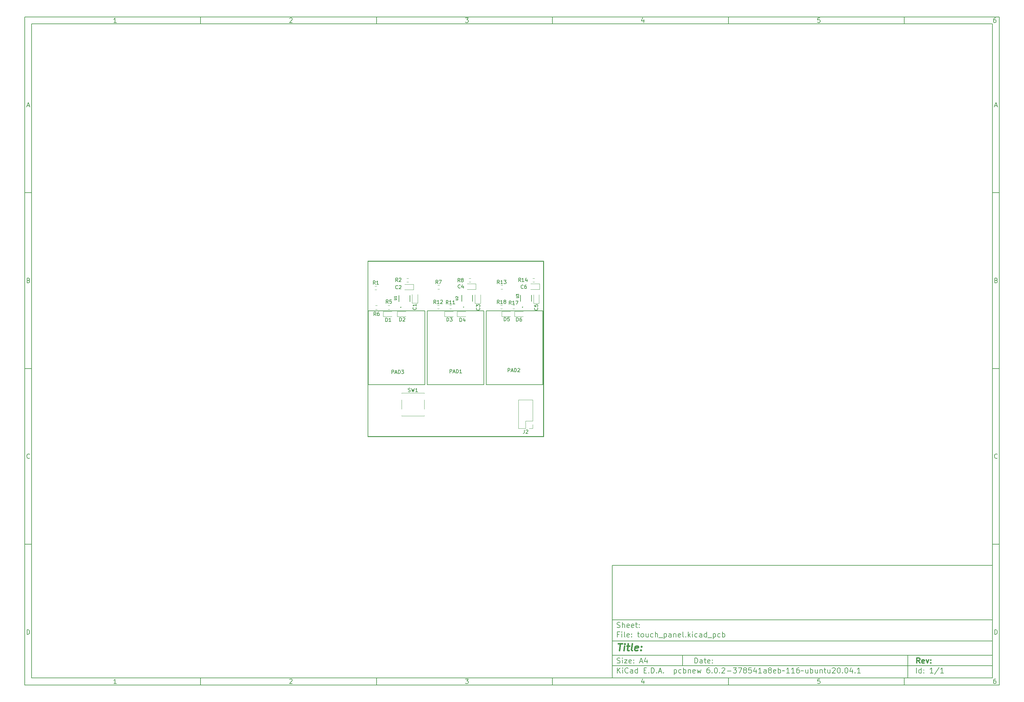
<source format=gbr>
%TF.GenerationSoftware,KiCad,Pcbnew,6.0.2-378541a8eb~116~ubuntu20.04.1*%
%TF.CreationDate,2022-03-13T21:59:14+03:30*%
%TF.ProjectId,touch_panel,746f7563-685f-4706-916e-656c2e6b6963,rev?*%
%TF.SameCoordinates,Original*%
%TF.FileFunction,Legend,Top*%
%TF.FilePolarity,Positive*%
%FSLAX46Y46*%
G04 Gerber Fmt 4.6, Leading zero omitted, Abs format (unit mm)*
G04 Created by KiCad (PCBNEW 6.0.2-378541a8eb~116~ubuntu20.04.1) date 2022-03-13 21:59:14*
%MOMM*%
%LPD*%
G01*
G04 APERTURE LIST*
%ADD10C,0.100000*%
%ADD11C,0.150000*%
%ADD12C,0.300000*%
%ADD13C,0.400000*%
%TA.AperFunction,Profile*%
%ADD14C,0.100000*%
%TD*%
%ADD15C,0.120000*%
%ADD16C,0.127000*%
%ADD17C,0.200000*%
G04 APERTURE END LIST*
D10*
D11*
X177002200Y-166007200D02*
X177002200Y-198007200D01*
X285002200Y-198007200D01*
X285002200Y-166007200D01*
X177002200Y-166007200D01*
D10*
D11*
X10000000Y-10000000D02*
X10000000Y-200007200D01*
X287002200Y-200007200D01*
X287002200Y-10000000D01*
X10000000Y-10000000D01*
D10*
D11*
X12000000Y-12000000D02*
X12000000Y-198007200D01*
X285002200Y-198007200D01*
X285002200Y-12000000D01*
X12000000Y-12000000D01*
D10*
D11*
X60000000Y-12000000D02*
X60000000Y-10000000D01*
D10*
D11*
X110000000Y-12000000D02*
X110000000Y-10000000D01*
D10*
D11*
X160000000Y-12000000D02*
X160000000Y-10000000D01*
D10*
D11*
X210000000Y-12000000D02*
X210000000Y-10000000D01*
D10*
D11*
X260000000Y-12000000D02*
X260000000Y-10000000D01*
D10*
D11*
X36065476Y-11588095D02*
X35322619Y-11588095D01*
X35694047Y-11588095D02*
X35694047Y-10288095D01*
X35570238Y-10473809D01*
X35446428Y-10597619D01*
X35322619Y-10659523D01*
D10*
D11*
X85322619Y-10411904D02*
X85384523Y-10350000D01*
X85508333Y-10288095D01*
X85817857Y-10288095D01*
X85941666Y-10350000D01*
X86003571Y-10411904D01*
X86065476Y-10535714D01*
X86065476Y-10659523D01*
X86003571Y-10845238D01*
X85260714Y-11588095D01*
X86065476Y-11588095D01*
D10*
D11*
X135260714Y-10288095D02*
X136065476Y-10288095D01*
X135632142Y-10783333D01*
X135817857Y-10783333D01*
X135941666Y-10845238D01*
X136003571Y-10907142D01*
X136065476Y-11030952D01*
X136065476Y-11340476D01*
X136003571Y-11464285D01*
X135941666Y-11526190D01*
X135817857Y-11588095D01*
X135446428Y-11588095D01*
X135322619Y-11526190D01*
X135260714Y-11464285D01*
D10*
D11*
X185941666Y-10721428D02*
X185941666Y-11588095D01*
X185632142Y-10226190D02*
X185322619Y-11154761D01*
X186127380Y-11154761D01*
D10*
D11*
X236003571Y-10288095D02*
X235384523Y-10288095D01*
X235322619Y-10907142D01*
X235384523Y-10845238D01*
X235508333Y-10783333D01*
X235817857Y-10783333D01*
X235941666Y-10845238D01*
X236003571Y-10907142D01*
X236065476Y-11030952D01*
X236065476Y-11340476D01*
X236003571Y-11464285D01*
X235941666Y-11526190D01*
X235817857Y-11588095D01*
X235508333Y-11588095D01*
X235384523Y-11526190D01*
X235322619Y-11464285D01*
D10*
D11*
X285941666Y-10288095D02*
X285694047Y-10288095D01*
X285570238Y-10350000D01*
X285508333Y-10411904D01*
X285384523Y-10597619D01*
X285322619Y-10845238D01*
X285322619Y-11340476D01*
X285384523Y-11464285D01*
X285446428Y-11526190D01*
X285570238Y-11588095D01*
X285817857Y-11588095D01*
X285941666Y-11526190D01*
X286003571Y-11464285D01*
X286065476Y-11340476D01*
X286065476Y-11030952D01*
X286003571Y-10907142D01*
X285941666Y-10845238D01*
X285817857Y-10783333D01*
X285570238Y-10783333D01*
X285446428Y-10845238D01*
X285384523Y-10907142D01*
X285322619Y-11030952D01*
D10*
D11*
X60000000Y-198007200D02*
X60000000Y-200007200D01*
D10*
D11*
X110000000Y-198007200D02*
X110000000Y-200007200D01*
D10*
D11*
X160000000Y-198007200D02*
X160000000Y-200007200D01*
D10*
D11*
X210000000Y-198007200D02*
X210000000Y-200007200D01*
D10*
D11*
X260000000Y-198007200D02*
X260000000Y-200007200D01*
D10*
D11*
X36065476Y-199595295D02*
X35322619Y-199595295D01*
X35694047Y-199595295D02*
X35694047Y-198295295D01*
X35570238Y-198481009D01*
X35446428Y-198604819D01*
X35322619Y-198666723D01*
D10*
D11*
X85322619Y-198419104D02*
X85384523Y-198357200D01*
X85508333Y-198295295D01*
X85817857Y-198295295D01*
X85941666Y-198357200D01*
X86003571Y-198419104D01*
X86065476Y-198542914D01*
X86065476Y-198666723D01*
X86003571Y-198852438D01*
X85260714Y-199595295D01*
X86065476Y-199595295D01*
D10*
D11*
X135260714Y-198295295D02*
X136065476Y-198295295D01*
X135632142Y-198790533D01*
X135817857Y-198790533D01*
X135941666Y-198852438D01*
X136003571Y-198914342D01*
X136065476Y-199038152D01*
X136065476Y-199347676D01*
X136003571Y-199471485D01*
X135941666Y-199533390D01*
X135817857Y-199595295D01*
X135446428Y-199595295D01*
X135322619Y-199533390D01*
X135260714Y-199471485D01*
D10*
D11*
X185941666Y-198728628D02*
X185941666Y-199595295D01*
X185632142Y-198233390D02*
X185322619Y-199161961D01*
X186127380Y-199161961D01*
D10*
D11*
X236003571Y-198295295D02*
X235384523Y-198295295D01*
X235322619Y-198914342D01*
X235384523Y-198852438D01*
X235508333Y-198790533D01*
X235817857Y-198790533D01*
X235941666Y-198852438D01*
X236003571Y-198914342D01*
X236065476Y-199038152D01*
X236065476Y-199347676D01*
X236003571Y-199471485D01*
X235941666Y-199533390D01*
X235817857Y-199595295D01*
X235508333Y-199595295D01*
X235384523Y-199533390D01*
X235322619Y-199471485D01*
D10*
D11*
X285941666Y-198295295D02*
X285694047Y-198295295D01*
X285570238Y-198357200D01*
X285508333Y-198419104D01*
X285384523Y-198604819D01*
X285322619Y-198852438D01*
X285322619Y-199347676D01*
X285384523Y-199471485D01*
X285446428Y-199533390D01*
X285570238Y-199595295D01*
X285817857Y-199595295D01*
X285941666Y-199533390D01*
X286003571Y-199471485D01*
X286065476Y-199347676D01*
X286065476Y-199038152D01*
X286003571Y-198914342D01*
X285941666Y-198852438D01*
X285817857Y-198790533D01*
X285570238Y-198790533D01*
X285446428Y-198852438D01*
X285384523Y-198914342D01*
X285322619Y-199038152D01*
D10*
D11*
X10000000Y-60000000D02*
X12000000Y-60000000D01*
D10*
D11*
X10000000Y-110000000D02*
X12000000Y-110000000D01*
D10*
D11*
X10000000Y-160000000D02*
X12000000Y-160000000D01*
D10*
D11*
X10690476Y-35216666D02*
X11309523Y-35216666D01*
X10566666Y-35588095D02*
X11000000Y-34288095D01*
X11433333Y-35588095D01*
D10*
D11*
X11092857Y-84907142D02*
X11278571Y-84969047D01*
X11340476Y-85030952D01*
X11402380Y-85154761D01*
X11402380Y-85340476D01*
X11340476Y-85464285D01*
X11278571Y-85526190D01*
X11154761Y-85588095D01*
X10659523Y-85588095D01*
X10659523Y-84288095D01*
X11092857Y-84288095D01*
X11216666Y-84350000D01*
X11278571Y-84411904D01*
X11340476Y-84535714D01*
X11340476Y-84659523D01*
X11278571Y-84783333D01*
X11216666Y-84845238D01*
X11092857Y-84907142D01*
X10659523Y-84907142D01*
D10*
D11*
X11402380Y-135464285D02*
X11340476Y-135526190D01*
X11154761Y-135588095D01*
X11030952Y-135588095D01*
X10845238Y-135526190D01*
X10721428Y-135402380D01*
X10659523Y-135278571D01*
X10597619Y-135030952D01*
X10597619Y-134845238D01*
X10659523Y-134597619D01*
X10721428Y-134473809D01*
X10845238Y-134350000D01*
X11030952Y-134288095D01*
X11154761Y-134288095D01*
X11340476Y-134350000D01*
X11402380Y-134411904D01*
D10*
D11*
X10659523Y-185588095D02*
X10659523Y-184288095D01*
X10969047Y-184288095D01*
X11154761Y-184350000D01*
X11278571Y-184473809D01*
X11340476Y-184597619D01*
X11402380Y-184845238D01*
X11402380Y-185030952D01*
X11340476Y-185278571D01*
X11278571Y-185402380D01*
X11154761Y-185526190D01*
X10969047Y-185588095D01*
X10659523Y-185588095D01*
D10*
D11*
X287002200Y-60000000D02*
X285002200Y-60000000D01*
D10*
D11*
X287002200Y-110000000D02*
X285002200Y-110000000D01*
D10*
D11*
X287002200Y-160000000D02*
X285002200Y-160000000D01*
D10*
D11*
X285692676Y-35216666D02*
X286311723Y-35216666D01*
X285568866Y-35588095D02*
X286002200Y-34288095D01*
X286435533Y-35588095D01*
D10*
D11*
X286095057Y-84907142D02*
X286280771Y-84969047D01*
X286342676Y-85030952D01*
X286404580Y-85154761D01*
X286404580Y-85340476D01*
X286342676Y-85464285D01*
X286280771Y-85526190D01*
X286156961Y-85588095D01*
X285661723Y-85588095D01*
X285661723Y-84288095D01*
X286095057Y-84288095D01*
X286218866Y-84350000D01*
X286280771Y-84411904D01*
X286342676Y-84535714D01*
X286342676Y-84659523D01*
X286280771Y-84783333D01*
X286218866Y-84845238D01*
X286095057Y-84907142D01*
X285661723Y-84907142D01*
D10*
D11*
X286404580Y-135464285D02*
X286342676Y-135526190D01*
X286156961Y-135588095D01*
X286033152Y-135588095D01*
X285847438Y-135526190D01*
X285723628Y-135402380D01*
X285661723Y-135278571D01*
X285599819Y-135030952D01*
X285599819Y-134845238D01*
X285661723Y-134597619D01*
X285723628Y-134473809D01*
X285847438Y-134350000D01*
X286033152Y-134288095D01*
X286156961Y-134288095D01*
X286342676Y-134350000D01*
X286404580Y-134411904D01*
D10*
D11*
X285661723Y-185588095D02*
X285661723Y-184288095D01*
X285971247Y-184288095D01*
X286156961Y-184350000D01*
X286280771Y-184473809D01*
X286342676Y-184597619D01*
X286404580Y-184845238D01*
X286404580Y-185030952D01*
X286342676Y-185278571D01*
X286280771Y-185402380D01*
X286156961Y-185526190D01*
X285971247Y-185588095D01*
X285661723Y-185588095D01*
D10*
D11*
X200434342Y-193785771D02*
X200434342Y-192285771D01*
X200791485Y-192285771D01*
X201005771Y-192357200D01*
X201148628Y-192500057D01*
X201220057Y-192642914D01*
X201291485Y-192928628D01*
X201291485Y-193142914D01*
X201220057Y-193428628D01*
X201148628Y-193571485D01*
X201005771Y-193714342D01*
X200791485Y-193785771D01*
X200434342Y-193785771D01*
X202577200Y-193785771D02*
X202577200Y-193000057D01*
X202505771Y-192857200D01*
X202362914Y-192785771D01*
X202077200Y-192785771D01*
X201934342Y-192857200D01*
X202577200Y-193714342D02*
X202434342Y-193785771D01*
X202077200Y-193785771D01*
X201934342Y-193714342D01*
X201862914Y-193571485D01*
X201862914Y-193428628D01*
X201934342Y-193285771D01*
X202077200Y-193214342D01*
X202434342Y-193214342D01*
X202577200Y-193142914D01*
X203077200Y-192785771D02*
X203648628Y-192785771D01*
X203291485Y-192285771D02*
X203291485Y-193571485D01*
X203362914Y-193714342D01*
X203505771Y-193785771D01*
X203648628Y-193785771D01*
X204720057Y-193714342D02*
X204577200Y-193785771D01*
X204291485Y-193785771D01*
X204148628Y-193714342D01*
X204077200Y-193571485D01*
X204077200Y-193000057D01*
X204148628Y-192857200D01*
X204291485Y-192785771D01*
X204577200Y-192785771D01*
X204720057Y-192857200D01*
X204791485Y-193000057D01*
X204791485Y-193142914D01*
X204077200Y-193285771D01*
X205434342Y-193642914D02*
X205505771Y-193714342D01*
X205434342Y-193785771D01*
X205362914Y-193714342D01*
X205434342Y-193642914D01*
X205434342Y-193785771D01*
X205434342Y-192857200D02*
X205505771Y-192928628D01*
X205434342Y-193000057D01*
X205362914Y-192928628D01*
X205434342Y-192857200D01*
X205434342Y-193000057D01*
D10*
D11*
X177002200Y-194507200D02*
X285002200Y-194507200D01*
D10*
D11*
X178434342Y-196585771D02*
X178434342Y-195085771D01*
X179291485Y-196585771D02*
X178648628Y-195728628D01*
X179291485Y-195085771D02*
X178434342Y-195942914D01*
X179934342Y-196585771D02*
X179934342Y-195585771D01*
X179934342Y-195085771D02*
X179862914Y-195157200D01*
X179934342Y-195228628D01*
X180005771Y-195157200D01*
X179934342Y-195085771D01*
X179934342Y-195228628D01*
X181505771Y-196442914D02*
X181434342Y-196514342D01*
X181220057Y-196585771D01*
X181077200Y-196585771D01*
X180862914Y-196514342D01*
X180720057Y-196371485D01*
X180648628Y-196228628D01*
X180577200Y-195942914D01*
X180577200Y-195728628D01*
X180648628Y-195442914D01*
X180720057Y-195300057D01*
X180862914Y-195157200D01*
X181077200Y-195085771D01*
X181220057Y-195085771D01*
X181434342Y-195157200D01*
X181505771Y-195228628D01*
X182791485Y-196585771D02*
X182791485Y-195800057D01*
X182720057Y-195657200D01*
X182577200Y-195585771D01*
X182291485Y-195585771D01*
X182148628Y-195657200D01*
X182791485Y-196514342D02*
X182648628Y-196585771D01*
X182291485Y-196585771D01*
X182148628Y-196514342D01*
X182077200Y-196371485D01*
X182077200Y-196228628D01*
X182148628Y-196085771D01*
X182291485Y-196014342D01*
X182648628Y-196014342D01*
X182791485Y-195942914D01*
X184148628Y-196585771D02*
X184148628Y-195085771D01*
X184148628Y-196514342D02*
X184005771Y-196585771D01*
X183720057Y-196585771D01*
X183577200Y-196514342D01*
X183505771Y-196442914D01*
X183434342Y-196300057D01*
X183434342Y-195871485D01*
X183505771Y-195728628D01*
X183577200Y-195657200D01*
X183720057Y-195585771D01*
X184005771Y-195585771D01*
X184148628Y-195657200D01*
X186005771Y-195800057D02*
X186505771Y-195800057D01*
X186720057Y-196585771D02*
X186005771Y-196585771D01*
X186005771Y-195085771D01*
X186720057Y-195085771D01*
X187362914Y-196442914D02*
X187434342Y-196514342D01*
X187362914Y-196585771D01*
X187291485Y-196514342D01*
X187362914Y-196442914D01*
X187362914Y-196585771D01*
X188077200Y-196585771D02*
X188077200Y-195085771D01*
X188434342Y-195085771D01*
X188648628Y-195157200D01*
X188791485Y-195300057D01*
X188862914Y-195442914D01*
X188934342Y-195728628D01*
X188934342Y-195942914D01*
X188862914Y-196228628D01*
X188791485Y-196371485D01*
X188648628Y-196514342D01*
X188434342Y-196585771D01*
X188077200Y-196585771D01*
X189577200Y-196442914D02*
X189648628Y-196514342D01*
X189577200Y-196585771D01*
X189505771Y-196514342D01*
X189577200Y-196442914D01*
X189577200Y-196585771D01*
X190220057Y-196157200D02*
X190934342Y-196157200D01*
X190077200Y-196585771D02*
X190577200Y-195085771D01*
X191077200Y-196585771D01*
X191577200Y-196442914D02*
X191648628Y-196514342D01*
X191577200Y-196585771D01*
X191505771Y-196514342D01*
X191577200Y-196442914D01*
X191577200Y-196585771D01*
X194577200Y-195585771D02*
X194577200Y-197085771D01*
X194577200Y-195657200D02*
X194720057Y-195585771D01*
X195005771Y-195585771D01*
X195148628Y-195657200D01*
X195220057Y-195728628D01*
X195291485Y-195871485D01*
X195291485Y-196300057D01*
X195220057Y-196442914D01*
X195148628Y-196514342D01*
X195005771Y-196585771D01*
X194720057Y-196585771D01*
X194577200Y-196514342D01*
X196577200Y-196514342D02*
X196434342Y-196585771D01*
X196148628Y-196585771D01*
X196005771Y-196514342D01*
X195934342Y-196442914D01*
X195862914Y-196300057D01*
X195862914Y-195871485D01*
X195934342Y-195728628D01*
X196005771Y-195657200D01*
X196148628Y-195585771D01*
X196434342Y-195585771D01*
X196577200Y-195657200D01*
X197220057Y-196585771D02*
X197220057Y-195085771D01*
X197220057Y-195657200D02*
X197362914Y-195585771D01*
X197648628Y-195585771D01*
X197791485Y-195657200D01*
X197862914Y-195728628D01*
X197934342Y-195871485D01*
X197934342Y-196300057D01*
X197862914Y-196442914D01*
X197791485Y-196514342D01*
X197648628Y-196585771D01*
X197362914Y-196585771D01*
X197220057Y-196514342D01*
X198577200Y-195585771D02*
X198577200Y-196585771D01*
X198577200Y-195728628D02*
X198648628Y-195657200D01*
X198791485Y-195585771D01*
X199005771Y-195585771D01*
X199148628Y-195657200D01*
X199220057Y-195800057D01*
X199220057Y-196585771D01*
X200505771Y-196514342D02*
X200362914Y-196585771D01*
X200077200Y-196585771D01*
X199934342Y-196514342D01*
X199862914Y-196371485D01*
X199862914Y-195800057D01*
X199934342Y-195657200D01*
X200077200Y-195585771D01*
X200362914Y-195585771D01*
X200505771Y-195657200D01*
X200577200Y-195800057D01*
X200577200Y-195942914D01*
X199862914Y-196085771D01*
X201077200Y-195585771D02*
X201362914Y-196585771D01*
X201648628Y-195871485D01*
X201934342Y-196585771D01*
X202220057Y-195585771D01*
X204577200Y-195085771D02*
X204291485Y-195085771D01*
X204148628Y-195157200D01*
X204077200Y-195228628D01*
X203934342Y-195442914D01*
X203862914Y-195728628D01*
X203862914Y-196300057D01*
X203934342Y-196442914D01*
X204005771Y-196514342D01*
X204148628Y-196585771D01*
X204434342Y-196585771D01*
X204577200Y-196514342D01*
X204648628Y-196442914D01*
X204720057Y-196300057D01*
X204720057Y-195942914D01*
X204648628Y-195800057D01*
X204577200Y-195728628D01*
X204434342Y-195657200D01*
X204148628Y-195657200D01*
X204005771Y-195728628D01*
X203934342Y-195800057D01*
X203862914Y-195942914D01*
X205362914Y-196442914D02*
X205434342Y-196514342D01*
X205362914Y-196585771D01*
X205291485Y-196514342D01*
X205362914Y-196442914D01*
X205362914Y-196585771D01*
X206362914Y-195085771D02*
X206505771Y-195085771D01*
X206648628Y-195157200D01*
X206720057Y-195228628D01*
X206791485Y-195371485D01*
X206862914Y-195657200D01*
X206862914Y-196014342D01*
X206791485Y-196300057D01*
X206720057Y-196442914D01*
X206648628Y-196514342D01*
X206505771Y-196585771D01*
X206362914Y-196585771D01*
X206220057Y-196514342D01*
X206148628Y-196442914D01*
X206077200Y-196300057D01*
X206005771Y-196014342D01*
X206005771Y-195657200D01*
X206077200Y-195371485D01*
X206148628Y-195228628D01*
X206220057Y-195157200D01*
X206362914Y-195085771D01*
X207505771Y-196442914D02*
X207577200Y-196514342D01*
X207505771Y-196585771D01*
X207434342Y-196514342D01*
X207505771Y-196442914D01*
X207505771Y-196585771D01*
X208148628Y-195228628D02*
X208220057Y-195157200D01*
X208362914Y-195085771D01*
X208720057Y-195085771D01*
X208862914Y-195157200D01*
X208934342Y-195228628D01*
X209005771Y-195371485D01*
X209005771Y-195514342D01*
X208934342Y-195728628D01*
X208077200Y-196585771D01*
X209005771Y-196585771D01*
X209648628Y-196014342D02*
X210791485Y-196014342D01*
X211362914Y-195085771D02*
X212291485Y-195085771D01*
X211791485Y-195657200D01*
X212005771Y-195657200D01*
X212148628Y-195728628D01*
X212220057Y-195800057D01*
X212291485Y-195942914D01*
X212291485Y-196300057D01*
X212220057Y-196442914D01*
X212148628Y-196514342D01*
X212005771Y-196585771D01*
X211577200Y-196585771D01*
X211434342Y-196514342D01*
X211362914Y-196442914D01*
X212791485Y-195085771D02*
X213791485Y-195085771D01*
X213148628Y-196585771D01*
X214577200Y-195728628D02*
X214434342Y-195657200D01*
X214362914Y-195585771D01*
X214291485Y-195442914D01*
X214291485Y-195371485D01*
X214362914Y-195228628D01*
X214434342Y-195157200D01*
X214577200Y-195085771D01*
X214862914Y-195085771D01*
X215005771Y-195157200D01*
X215077200Y-195228628D01*
X215148628Y-195371485D01*
X215148628Y-195442914D01*
X215077200Y-195585771D01*
X215005771Y-195657200D01*
X214862914Y-195728628D01*
X214577200Y-195728628D01*
X214434342Y-195800057D01*
X214362914Y-195871485D01*
X214291485Y-196014342D01*
X214291485Y-196300057D01*
X214362914Y-196442914D01*
X214434342Y-196514342D01*
X214577200Y-196585771D01*
X214862914Y-196585771D01*
X215005771Y-196514342D01*
X215077200Y-196442914D01*
X215148628Y-196300057D01*
X215148628Y-196014342D01*
X215077200Y-195871485D01*
X215005771Y-195800057D01*
X214862914Y-195728628D01*
X216505771Y-195085771D02*
X215791485Y-195085771D01*
X215720057Y-195800057D01*
X215791485Y-195728628D01*
X215934342Y-195657200D01*
X216291485Y-195657200D01*
X216434342Y-195728628D01*
X216505771Y-195800057D01*
X216577200Y-195942914D01*
X216577200Y-196300057D01*
X216505771Y-196442914D01*
X216434342Y-196514342D01*
X216291485Y-196585771D01*
X215934342Y-196585771D01*
X215791485Y-196514342D01*
X215720057Y-196442914D01*
X217862914Y-195585771D02*
X217862914Y-196585771D01*
X217505771Y-195014342D02*
X217148628Y-196085771D01*
X218077200Y-196085771D01*
X219434342Y-196585771D02*
X218577200Y-196585771D01*
X219005771Y-196585771D02*
X219005771Y-195085771D01*
X218862914Y-195300057D01*
X218720057Y-195442914D01*
X218577200Y-195514342D01*
X220720057Y-196585771D02*
X220720057Y-195800057D01*
X220648628Y-195657200D01*
X220505771Y-195585771D01*
X220220057Y-195585771D01*
X220077200Y-195657200D01*
X220720057Y-196514342D02*
X220577200Y-196585771D01*
X220220057Y-196585771D01*
X220077200Y-196514342D01*
X220005771Y-196371485D01*
X220005771Y-196228628D01*
X220077200Y-196085771D01*
X220220057Y-196014342D01*
X220577200Y-196014342D01*
X220720057Y-195942914D01*
X221648628Y-195728628D02*
X221505771Y-195657200D01*
X221434342Y-195585771D01*
X221362914Y-195442914D01*
X221362914Y-195371485D01*
X221434342Y-195228628D01*
X221505771Y-195157200D01*
X221648628Y-195085771D01*
X221934342Y-195085771D01*
X222077200Y-195157200D01*
X222148628Y-195228628D01*
X222220057Y-195371485D01*
X222220057Y-195442914D01*
X222148628Y-195585771D01*
X222077200Y-195657200D01*
X221934342Y-195728628D01*
X221648628Y-195728628D01*
X221505771Y-195800057D01*
X221434342Y-195871485D01*
X221362914Y-196014342D01*
X221362914Y-196300057D01*
X221434342Y-196442914D01*
X221505771Y-196514342D01*
X221648628Y-196585771D01*
X221934342Y-196585771D01*
X222077200Y-196514342D01*
X222148628Y-196442914D01*
X222220057Y-196300057D01*
X222220057Y-196014342D01*
X222148628Y-195871485D01*
X222077200Y-195800057D01*
X221934342Y-195728628D01*
X223434342Y-196514342D02*
X223291485Y-196585771D01*
X223005771Y-196585771D01*
X222862914Y-196514342D01*
X222791485Y-196371485D01*
X222791485Y-195800057D01*
X222862914Y-195657200D01*
X223005771Y-195585771D01*
X223291485Y-195585771D01*
X223434342Y-195657200D01*
X223505771Y-195800057D01*
X223505771Y-195942914D01*
X222791485Y-196085771D01*
X224148628Y-196585771D02*
X224148628Y-195085771D01*
X224148628Y-195657200D02*
X224291485Y-195585771D01*
X224577199Y-195585771D01*
X224720057Y-195657200D01*
X224791485Y-195728628D01*
X224862914Y-195871485D01*
X224862914Y-196300057D01*
X224791485Y-196442914D01*
X224720057Y-196514342D01*
X224577199Y-196585771D01*
X224291485Y-196585771D01*
X224148628Y-196514342D01*
X225291485Y-196014342D02*
X225362914Y-195942914D01*
X225505771Y-195871485D01*
X225791485Y-196014342D01*
X225934342Y-195942914D01*
X226005771Y-195871485D01*
X227362914Y-196585771D02*
X226505771Y-196585771D01*
X226934342Y-196585771D02*
X226934342Y-195085771D01*
X226791485Y-195300057D01*
X226648628Y-195442914D01*
X226505771Y-195514342D01*
X228791485Y-196585771D02*
X227934342Y-196585771D01*
X228362914Y-196585771D02*
X228362914Y-195085771D01*
X228220057Y-195300057D01*
X228077199Y-195442914D01*
X227934342Y-195514342D01*
X230077199Y-195085771D02*
X229791485Y-195085771D01*
X229648628Y-195157200D01*
X229577199Y-195228628D01*
X229434342Y-195442914D01*
X229362914Y-195728628D01*
X229362914Y-196300057D01*
X229434342Y-196442914D01*
X229505771Y-196514342D01*
X229648628Y-196585771D01*
X229934342Y-196585771D01*
X230077199Y-196514342D01*
X230148628Y-196442914D01*
X230220057Y-196300057D01*
X230220057Y-195942914D01*
X230148628Y-195800057D01*
X230077199Y-195728628D01*
X229934342Y-195657200D01*
X229648628Y-195657200D01*
X229505771Y-195728628D01*
X229434342Y-195800057D01*
X229362914Y-195942914D01*
X230648628Y-196014342D02*
X230720057Y-195942914D01*
X230862914Y-195871485D01*
X231148628Y-196014342D01*
X231291485Y-195942914D01*
X231362914Y-195871485D01*
X232577199Y-195585771D02*
X232577199Y-196585771D01*
X231934342Y-195585771D02*
X231934342Y-196371485D01*
X232005771Y-196514342D01*
X232148628Y-196585771D01*
X232362914Y-196585771D01*
X232505771Y-196514342D01*
X232577199Y-196442914D01*
X233291485Y-196585771D02*
X233291485Y-195085771D01*
X233291485Y-195657200D02*
X233434342Y-195585771D01*
X233720057Y-195585771D01*
X233862914Y-195657200D01*
X233934342Y-195728628D01*
X234005771Y-195871485D01*
X234005771Y-196300057D01*
X233934342Y-196442914D01*
X233862914Y-196514342D01*
X233720057Y-196585771D01*
X233434342Y-196585771D01*
X233291485Y-196514342D01*
X235291485Y-195585771D02*
X235291485Y-196585771D01*
X234648628Y-195585771D02*
X234648628Y-196371485D01*
X234720057Y-196514342D01*
X234862914Y-196585771D01*
X235077199Y-196585771D01*
X235220057Y-196514342D01*
X235291485Y-196442914D01*
X236005771Y-195585771D02*
X236005771Y-196585771D01*
X236005771Y-195728628D02*
X236077199Y-195657200D01*
X236220057Y-195585771D01*
X236434342Y-195585771D01*
X236577199Y-195657200D01*
X236648628Y-195800057D01*
X236648628Y-196585771D01*
X237148628Y-195585771D02*
X237720057Y-195585771D01*
X237362914Y-195085771D02*
X237362914Y-196371485D01*
X237434342Y-196514342D01*
X237577200Y-196585771D01*
X237720057Y-196585771D01*
X238862914Y-195585771D02*
X238862914Y-196585771D01*
X238220057Y-195585771D02*
X238220057Y-196371485D01*
X238291485Y-196514342D01*
X238434342Y-196585771D01*
X238648628Y-196585771D01*
X238791485Y-196514342D01*
X238862914Y-196442914D01*
X239505771Y-195228628D02*
X239577200Y-195157200D01*
X239720057Y-195085771D01*
X240077200Y-195085771D01*
X240220057Y-195157200D01*
X240291485Y-195228628D01*
X240362914Y-195371485D01*
X240362914Y-195514342D01*
X240291485Y-195728628D01*
X239434342Y-196585771D01*
X240362914Y-196585771D01*
X241291485Y-195085771D02*
X241434342Y-195085771D01*
X241577199Y-195157200D01*
X241648628Y-195228628D01*
X241720057Y-195371485D01*
X241791485Y-195657200D01*
X241791485Y-196014342D01*
X241720057Y-196300057D01*
X241648628Y-196442914D01*
X241577199Y-196514342D01*
X241434342Y-196585771D01*
X241291485Y-196585771D01*
X241148628Y-196514342D01*
X241077199Y-196442914D01*
X241005771Y-196300057D01*
X240934342Y-196014342D01*
X240934342Y-195657200D01*
X241005771Y-195371485D01*
X241077199Y-195228628D01*
X241148628Y-195157200D01*
X241291485Y-195085771D01*
X242434342Y-196442914D02*
X242505771Y-196514342D01*
X242434342Y-196585771D01*
X242362914Y-196514342D01*
X242434342Y-196442914D01*
X242434342Y-196585771D01*
X243434342Y-195085771D02*
X243577199Y-195085771D01*
X243720057Y-195157200D01*
X243791485Y-195228628D01*
X243862914Y-195371485D01*
X243934342Y-195657200D01*
X243934342Y-196014342D01*
X243862914Y-196300057D01*
X243791485Y-196442914D01*
X243720057Y-196514342D01*
X243577199Y-196585771D01*
X243434342Y-196585771D01*
X243291485Y-196514342D01*
X243220057Y-196442914D01*
X243148628Y-196300057D01*
X243077199Y-196014342D01*
X243077199Y-195657200D01*
X243148628Y-195371485D01*
X243220057Y-195228628D01*
X243291485Y-195157200D01*
X243434342Y-195085771D01*
X245220057Y-195585771D02*
X245220057Y-196585771D01*
X244862914Y-195014342D02*
X244505771Y-196085771D01*
X245434342Y-196085771D01*
X246005771Y-196442914D02*
X246077200Y-196514342D01*
X246005771Y-196585771D01*
X245934342Y-196514342D01*
X246005771Y-196442914D01*
X246005771Y-196585771D01*
X247505771Y-196585771D02*
X246648628Y-196585771D01*
X247077200Y-196585771D02*
X247077200Y-195085771D01*
X246934342Y-195300057D01*
X246791485Y-195442914D01*
X246648628Y-195514342D01*
D10*
D11*
X177002200Y-191507200D02*
X285002200Y-191507200D01*
D10*
D12*
X264411485Y-193785771D02*
X263911485Y-193071485D01*
X263554342Y-193785771D02*
X263554342Y-192285771D01*
X264125771Y-192285771D01*
X264268628Y-192357200D01*
X264340057Y-192428628D01*
X264411485Y-192571485D01*
X264411485Y-192785771D01*
X264340057Y-192928628D01*
X264268628Y-193000057D01*
X264125771Y-193071485D01*
X263554342Y-193071485D01*
X265625771Y-193714342D02*
X265482914Y-193785771D01*
X265197200Y-193785771D01*
X265054342Y-193714342D01*
X264982914Y-193571485D01*
X264982914Y-193000057D01*
X265054342Y-192857200D01*
X265197200Y-192785771D01*
X265482914Y-192785771D01*
X265625771Y-192857200D01*
X265697200Y-193000057D01*
X265697200Y-193142914D01*
X264982914Y-193285771D01*
X266197200Y-192785771D02*
X266554342Y-193785771D01*
X266911485Y-192785771D01*
X267482914Y-193642914D02*
X267554342Y-193714342D01*
X267482914Y-193785771D01*
X267411485Y-193714342D01*
X267482914Y-193642914D01*
X267482914Y-193785771D01*
X267482914Y-192857200D02*
X267554342Y-192928628D01*
X267482914Y-193000057D01*
X267411485Y-192928628D01*
X267482914Y-192857200D01*
X267482914Y-193000057D01*
D10*
D11*
X178362914Y-193714342D02*
X178577200Y-193785771D01*
X178934342Y-193785771D01*
X179077200Y-193714342D01*
X179148628Y-193642914D01*
X179220057Y-193500057D01*
X179220057Y-193357200D01*
X179148628Y-193214342D01*
X179077200Y-193142914D01*
X178934342Y-193071485D01*
X178648628Y-193000057D01*
X178505771Y-192928628D01*
X178434342Y-192857200D01*
X178362914Y-192714342D01*
X178362914Y-192571485D01*
X178434342Y-192428628D01*
X178505771Y-192357200D01*
X178648628Y-192285771D01*
X179005771Y-192285771D01*
X179220057Y-192357200D01*
X179862914Y-193785771D02*
X179862914Y-192785771D01*
X179862914Y-192285771D02*
X179791485Y-192357200D01*
X179862914Y-192428628D01*
X179934342Y-192357200D01*
X179862914Y-192285771D01*
X179862914Y-192428628D01*
X180434342Y-192785771D02*
X181220057Y-192785771D01*
X180434342Y-193785771D01*
X181220057Y-193785771D01*
X182362914Y-193714342D02*
X182220057Y-193785771D01*
X181934342Y-193785771D01*
X181791485Y-193714342D01*
X181720057Y-193571485D01*
X181720057Y-193000057D01*
X181791485Y-192857200D01*
X181934342Y-192785771D01*
X182220057Y-192785771D01*
X182362914Y-192857200D01*
X182434342Y-193000057D01*
X182434342Y-193142914D01*
X181720057Y-193285771D01*
X183077200Y-193642914D02*
X183148628Y-193714342D01*
X183077200Y-193785771D01*
X183005771Y-193714342D01*
X183077200Y-193642914D01*
X183077200Y-193785771D01*
X183077200Y-192857200D02*
X183148628Y-192928628D01*
X183077200Y-193000057D01*
X183005771Y-192928628D01*
X183077200Y-192857200D01*
X183077200Y-193000057D01*
X184862914Y-193357200D02*
X185577200Y-193357200D01*
X184720057Y-193785771D02*
X185220057Y-192285771D01*
X185720057Y-193785771D01*
X186862914Y-192785771D02*
X186862914Y-193785771D01*
X186505771Y-192214342D02*
X186148628Y-193285771D01*
X187077200Y-193285771D01*
D10*
D11*
X263434342Y-196585771D02*
X263434342Y-195085771D01*
X264791485Y-196585771D02*
X264791485Y-195085771D01*
X264791485Y-196514342D02*
X264648628Y-196585771D01*
X264362914Y-196585771D01*
X264220057Y-196514342D01*
X264148628Y-196442914D01*
X264077200Y-196300057D01*
X264077200Y-195871485D01*
X264148628Y-195728628D01*
X264220057Y-195657200D01*
X264362914Y-195585771D01*
X264648628Y-195585771D01*
X264791485Y-195657200D01*
X265505771Y-196442914D02*
X265577200Y-196514342D01*
X265505771Y-196585771D01*
X265434342Y-196514342D01*
X265505771Y-196442914D01*
X265505771Y-196585771D01*
X265505771Y-195657200D02*
X265577200Y-195728628D01*
X265505771Y-195800057D01*
X265434342Y-195728628D01*
X265505771Y-195657200D01*
X265505771Y-195800057D01*
X268148628Y-196585771D02*
X267291485Y-196585771D01*
X267720057Y-196585771D02*
X267720057Y-195085771D01*
X267577200Y-195300057D01*
X267434342Y-195442914D01*
X267291485Y-195514342D01*
X269862914Y-195014342D02*
X268577200Y-196942914D01*
X271148628Y-196585771D02*
X270291485Y-196585771D01*
X270720057Y-196585771D02*
X270720057Y-195085771D01*
X270577200Y-195300057D01*
X270434342Y-195442914D01*
X270291485Y-195514342D01*
D10*
D11*
X177002200Y-187507200D02*
X285002200Y-187507200D01*
D10*
D13*
X178714580Y-188211961D02*
X179857438Y-188211961D01*
X179036009Y-190211961D02*
X179286009Y-188211961D01*
X180274104Y-190211961D02*
X180440771Y-188878628D01*
X180524104Y-188211961D02*
X180416961Y-188307200D01*
X180500295Y-188402438D01*
X180607438Y-188307200D01*
X180524104Y-188211961D01*
X180500295Y-188402438D01*
X181107438Y-188878628D02*
X181869342Y-188878628D01*
X181476485Y-188211961D02*
X181262200Y-189926247D01*
X181333628Y-190116723D01*
X181512200Y-190211961D01*
X181702676Y-190211961D01*
X182655057Y-190211961D02*
X182476485Y-190116723D01*
X182405057Y-189926247D01*
X182619342Y-188211961D01*
X184190771Y-190116723D02*
X183988390Y-190211961D01*
X183607438Y-190211961D01*
X183428866Y-190116723D01*
X183357438Y-189926247D01*
X183452676Y-189164342D01*
X183571723Y-188973866D01*
X183774104Y-188878628D01*
X184155057Y-188878628D01*
X184333628Y-188973866D01*
X184405057Y-189164342D01*
X184381247Y-189354819D01*
X183405057Y-189545295D01*
X185155057Y-190021485D02*
X185238390Y-190116723D01*
X185131247Y-190211961D01*
X185047914Y-190116723D01*
X185155057Y-190021485D01*
X185131247Y-190211961D01*
X185286009Y-188973866D02*
X185369342Y-189069104D01*
X185262200Y-189164342D01*
X185178866Y-189069104D01*
X185286009Y-188973866D01*
X185262200Y-189164342D01*
D10*
D11*
X178934342Y-185600057D02*
X178434342Y-185600057D01*
X178434342Y-186385771D02*
X178434342Y-184885771D01*
X179148628Y-184885771D01*
X179720057Y-186385771D02*
X179720057Y-185385771D01*
X179720057Y-184885771D02*
X179648628Y-184957200D01*
X179720057Y-185028628D01*
X179791485Y-184957200D01*
X179720057Y-184885771D01*
X179720057Y-185028628D01*
X180648628Y-186385771D02*
X180505771Y-186314342D01*
X180434342Y-186171485D01*
X180434342Y-184885771D01*
X181791485Y-186314342D02*
X181648628Y-186385771D01*
X181362914Y-186385771D01*
X181220057Y-186314342D01*
X181148628Y-186171485D01*
X181148628Y-185600057D01*
X181220057Y-185457200D01*
X181362914Y-185385771D01*
X181648628Y-185385771D01*
X181791485Y-185457200D01*
X181862914Y-185600057D01*
X181862914Y-185742914D01*
X181148628Y-185885771D01*
X182505771Y-186242914D02*
X182577200Y-186314342D01*
X182505771Y-186385771D01*
X182434342Y-186314342D01*
X182505771Y-186242914D01*
X182505771Y-186385771D01*
X182505771Y-185457200D02*
X182577200Y-185528628D01*
X182505771Y-185600057D01*
X182434342Y-185528628D01*
X182505771Y-185457200D01*
X182505771Y-185600057D01*
X184148628Y-185385771D02*
X184720057Y-185385771D01*
X184362914Y-184885771D02*
X184362914Y-186171485D01*
X184434342Y-186314342D01*
X184577200Y-186385771D01*
X184720057Y-186385771D01*
X185434342Y-186385771D02*
X185291485Y-186314342D01*
X185220057Y-186242914D01*
X185148628Y-186100057D01*
X185148628Y-185671485D01*
X185220057Y-185528628D01*
X185291485Y-185457200D01*
X185434342Y-185385771D01*
X185648628Y-185385771D01*
X185791485Y-185457200D01*
X185862914Y-185528628D01*
X185934342Y-185671485D01*
X185934342Y-186100057D01*
X185862914Y-186242914D01*
X185791485Y-186314342D01*
X185648628Y-186385771D01*
X185434342Y-186385771D01*
X187220057Y-185385771D02*
X187220057Y-186385771D01*
X186577200Y-185385771D02*
X186577200Y-186171485D01*
X186648628Y-186314342D01*
X186791485Y-186385771D01*
X187005771Y-186385771D01*
X187148628Y-186314342D01*
X187220057Y-186242914D01*
X188577200Y-186314342D02*
X188434342Y-186385771D01*
X188148628Y-186385771D01*
X188005771Y-186314342D01*
X187934342Y-186242914D01*
X187862914Y-186100057D01*
X187862914Y-185671485D01*
X187934342Y-185528628D01*
X188005771Y-185457200D01*
X188148628Y-185385771D01*
X188434342Y-185385771D01*
X188577200Y-185457200D01*
X189220057Y-186385771D02*
X189220057Y-184885771D01*
X189862914Y-186385771D02*
X189862914Y-185600057D01*
X189791485Y-185457200D01*
X189648628Y-185385771D01*
X189434342Y-185385771D01*
X189291485Y-185457200D01*
X189220057Y-185528628D01*
X190220057Y-186528628D02*
X191362914Y-186528628D01*
X191720057Y-185385771D02*
X191720057Y-186885771D01*
X191720057Y-185457200D02*
X191862914Y-185385771D01*
X192148628Y-185385771D01*
X192291485Y-185457200D01*
X192362914Y-185528628D01*
X192434342Y-185671485D01*
X192434342Y-186100057D01*
X192362914Y-186242914D01*
X192291485Y-186314342D01*
X192148628Y-186385771D01*
X191862914Y-186385771D01*
X191720057Y-186314342D01*
X193720057Y-186385771D02*
X193720057Y-185600057D01*
X193648628Y-185457200D01*
X193505771Y-185385771D01*
X193220057Y-185385771D01*
X193077200Y-185457200D01*
X193720057Y-186314342D02*
X193577200Y-186385771D01*
X193220057Y-186385771D01*
X193077200Y-186314342D01*
X193005771Y-186171485D01*
X193005771Y-186028628D01*
X193077200Y-185885771D01*
X193220057Y-185814342D01*
X193577200Y-185814342D01*
X193720057Y-185742914D01*
X194434342Y-185385771D02*
X194434342Y-186385771D01*
X194434342Y-185528628D02*
X194505771Y-185457200D01*
X194648628Y-185385771D01*
X194862914Y-185385771D01*
X195005771Y-185457200D01*
X195077200Y-185600057D01*
X195077200Y-186385771D01*
X196362914Y-186314342D02*
X196220057Y-186385771D01*
X195934342Y-186385771D01*
X195791485Y-186314342D01*
X195720057Y-186171485D01*
X195720057Y-185600057D01*
X195791485Y-185457200D01*
X195934342Y-185385771D01*
X196220057Y-185385771D01*
X196362914Y-185457200D01*
X196434342Y-185600057D01*
X196434342Y-185742914D01*
X195720057Y-185885771D01*
X197291485Y-186385771D02*
X197148628Y-186314342D01*
X197077200Y-186171485D01*
X197077200Y-184885771D01*
X197862914Y-186242914D02*
X197934342Y-186314342D01*
X197862914Y-186385771D01*
X197791485Y-186314342D01*
X197862914Y-186242914D01*
X197862914Y-186385771D01*
X198577200Y-186385771D02*
X198577200Y-184885771D01*
X198720057Y-185814342D02*
X199148628Y-186385771D01*
X199148628Y-185385771D02*
X198577200Y-185957200D01*
X199791485Y-186385771D02*
X199791485Y-185385771D01*
X199791485Y-184885771D02*
X199720057Y-184957200D01*
X199791485Y-185028628D01*
X199862914Y-184957200D01*
X199791485Y-184885771D01*
X199791485Y-185028628D01*
X201148628Y-186314342D02*
X201005771Y-186385771D01*
X200720057Y-186385771D01*
X200577200Y-186314342D01*
X200505771Y-186242914D01*
X200434342Y-186100057D01*
X200434342Y-185671485D01*
X200505771Y-185528628D01*
X200577200Y-185457200D01*
X200720057Y-185385771D01*
X201005771Y-185385771D01*
X201148628Y-185457200D01*
X202434342Y-186385771D02*
X202434342Y-185600057D01*
X202362914Y-185457200D01*
X202220057Y-185385771D01*
X201934342Y-185385771D01*
X201791485Y-185457200D01*
X202434342Y-186314342D02*
X202291485Y-186385771D01*
X201934342Y-186385771D01*
X201791485Y-186314342D01*
X201720057Y-186171485D01*
X201720057Y-186028628D01*
X201791485Y-185885771D01*
X201934342Y-185814342D01*
X202291485Y-185814342D01*
X202434342Y-185742914D01*
X203791485Y-186385771D02*
X203791485Y-184885771D01*
X203791485Y-186314342D02*
X203648628Y-186385771D01*
X203362914Y-186385771D01*
X203220057Y-186314342D01*
X203148628Y-186242914D01*
X203077200Y-186100057D01*
X203077200Y-185671485D01*
X203148628Y-185528628D01*
X203220057Y-185457200D01*
X203362914Y-185385771D01*
X203648628Y-185385771D01*
X203791485Y-185457200D01*
X204148628Y-186528628D02*
X205291485Y-186528628D01*
X205648628Y-185385771D02*
X205648628Y-186885771D01*
X205648628Y-185457200D02*
X205791485Y-185385771D01*
X206077200Y-185385771D01*
X206220057Y-185457200D01*
X206291485Y-185528628D01*
X206362914Y-185671485D01*
X206362914Y-186100057D01*
X206291485Y-186242914D01*
X206220057Y-186314342D01*
X206077200Y-186385771D01*
X205791485Y-186385771D01*
X205648628Y-186314342D01*
X207648628Y-186314342D02*
X207505771Y-186385771D01*
X207220057Y-186385771D01*
X207077200Y-186314342D01*
X207005771Y-186242914D01*
X206934342Y-186100057D01*
X206934342Y-185671485D01*
X207005771Y-185528628D01*
X207077200Y-185457200D01*
X207220057Y-185385771D01*
X207505771Y-185385771D01*
X207648628Y-185457200D01*
X208291485Y-186385771D02*
X208291485Y-184885771D01*
X208291485Y-185457200D02*
X208434342Y-185385771D01*
X208720057Y-185385771D01*
X208862914Y-185457200D01*
X208934342Y-185528628D01*
X209005771Y-185671485D01*
X209005771Y-186100057D01*
X208934342Y-186242914D01*
X208862914Y-186314342D01*
X208720057Y-186385771D01*
X208434342Y-186385771D01*
X208291485Y-186314342D01*
D10*
D11*
X177002200Y-181507200D02*
X285002200Y-181507200D01*
D10*
D11*
X178362914Y-183614342D02*
X178577200Y-183685771D01*
X178934342Y-183685771D01*
X179077200Y-183614342D01*
X179148628Y-183542914D01*
X179220057Y-183400057D01*
X179220057Y-183257200D01*
X179148628Y-183114342D01*
X179077200Y-183042914D01*
X178934342Y-182971485D01*
X178648628Y-182900057D01*
X178505771Y-182828628D01*
X178434342Y-182757200D01*
X178362914Y-182614342D01*
X178362914Y-182471485D01*
X178434342Y-182328628D01*
X178505771Y-182257200D01*
X178648628Y-182185771D01*
X179005771Y-182185771D01*
X179220057Y-182257200D01*
X179862914Y-183685771D02*
X179862914Y-182185771D01*
X180505771Y-183685771D02*
X180505771Y-182900057D01*
X180434342Y-182757200D01*
X180291485Y-182685771D01*
X180077200Y-182685771D01*
X179934342Y-182757200D01*
X179862914Y-182828628D01*
X181791485Y-183614342D02*
X181648628Y-183685771D01*
X181362914Y-183685771D01*
X181220057Y-183614342D01*
X181148628Y-183471485D01*
X181148628Y-182900057D01*
X181220057Y-182757200D01*
X181362914Y-182685771D01*
X181648628Y-182685771D01*
X181791485Y-182757200D01*
X181862914Y-182900057D01*
X181862914Y-183042914D01*
X181148628Y-183185771D01*
X183077200Y-183614342D02*
X182934342Y-183685771D01*
X182648628Y-183685771D01*
X182505771Y-183614342D01*
X182434342Y-183471485D01*
X182434342Y-182900057D01*
X182505771Y-182757200D01*
X182648628Y-182685771D01*
X182934342Y-182685771D01*
X183077200Y-182757200D01*
X183148628Y-182900057D01*
X183148628Y-183042914D01*
X182434342Y-183185771D01*
X183577200Y-182685771D02*
X184148628Y-182685771D01*
X183791485Y-182185771D02*
X183791485Y-183471485D01*
X183862914Y-183614342D01*
X184005771Y-183685771D01*
X184148628Y-183685771D01*
X184648628Y-183542914D02*
X184720057Y-183614342D01*
X184648628Y-183685771D01*
X184577200Y-183614342D01*
X184648628Y-183542914D01*
X184648628Y-183685771D01*
X184648628Y-182757200D02*
X184720057Y-182828628D01*
X184648628Y-182900057D01*
X184577200Y-182828628D01*
X184648628Y-182757200D01*
X184648628Y-182900057D01*
D10*
D12*
D10*
D11*
D10*
D11*
D10*
D11*
D10*
D11*
D10*
D11*
X197002200Y-191507200D02*
X197002200Y-194507200D01*
D10*
D11*
X261002200Y-191507200D02*
X261002200Y-198007200D01*
X124400000Y-93600000D02*
X140500000Y-93600000D01*
X140500000Y-93600000D02*
X140500000Y-114600000D01*
X140500000Y-114600000D02*
X124400000Y-114600000D01*
X124400000Y-114600000D02*
X124400000Y-93600000D01*
X107600000Y-79500000D02*
X157400000Y-79500000D01*
X157400000Y-79500000D02*
X157400000Y-129300000D01*
X157400000Y-129300000D02*
X107600000Y-129300000D01*
X107600000Y-129300000D02*
X107600000Y-79500000D01*
X107650000Y-93600000D02*
X123750000Y-93600000D01*
X123750000Y-93600000D02*
X123750000Y-114600000D01*
X123750000Y-114600000D02*
X107650000Y-114600000D01*
X107650000Y-114600000D02*
X107650000Y-93600000D01*
X141150000Y-93600000D02*
X157250000Y-93600000D01*
X157250000Y-93600000D02*
X157250000Y-114600000D01*
X157250000Y-114600000D02*
X141150000Y-114600000D01*
X141150000Y-114600000D02*
X141150000Y-93600000D01*
D14*
X107500000Y-79400000D02*
X157500000Y-79400000D01*
X157500000Y-79400000D02*
X157500000Y-129400000D01*
X157500000Y-129400000D02*
X107500000Y-129400000D01*
X107500000Y-129400000D02*
X107500000Y-79400000D01*
D11*
%TO.C,R1*%
X109633333Y-86072380D02*
X109300000Y-85596190D01*
X109061904Y-86072380D02*
X109061904Y-85072380D01*
X109442857Y-85072380D01*
X109538095Y-85120000D01*
X109585714Y-85167619D01*
X109633333Y-85262857D01*
X109633333Y-85405714D01*
X109585714Y-85500952D01*
X109538095Y-85548571D01*
X109442857Y-85596190D01*
X109061904Y-85596190D01*
X110585714Y-86072380D02*
X110014285Y-86072380D01*
X110300000Y-86072380D02*
X110300000Y-85072380D01*
X110204761Y-85215238D01*
X110109523Y-85310476D01*
X110014285Y-85358095D01*
%TO.C,PAD1*%
X130833333Y-111252380D02*
X130833333Y-110252380D01*
X131214285Y-110252380D01*
X131309523Y-110300000D01*
X131357142Y-110347619D01*
X131404761Y-110442857D01*
X131404761Y-110585714D01*
X131357142Y-110680952D01*
X131309523Y-110728571D01*
X131214285Y-110776190D01*
X130833333Y-110776190D01*
X131785714Y-110966666D02*
X132261904Y-110966666D01*
X131690476Y-111252380D02*
X132023809Y-110252380D01*
X132357142Y-111252380D01*
X132690476Y-111252380D02*
X132690476Y-110252380D01*
X132928571Y-110252380D01*
X133071428Y-110300000D01*
X133166666Y-110395238D01*
X133214285Y-110490476D01*
X133261904Y-110680952D01*
X133261904Y-110823809D01*
X133214285Y-111014285D01*
X133166666Y-111109523D01*
X133071428Y-111204761D01*
X132928571Y-111252380D01*
X132690476Y-111252380D01*
X134214285Y-111252380D02*
X133642857Y-111252380D01*
X133928571Y-111252380D02*
X133928571Y-110252380D01*
X133833333Y-110395238D01*
X133738095Y-110490476D01*
X133642857Y-110538095D01*
%TO.C,U2*%
X132499523Y-90537619D02*
X133017619Y-90537619D01*
X133078571Y-90507142D01*
X133109047Y-90476666D01*
X133139523Y-90415714D01*
X133139523Y-90293809D01*
X133109047Y-90232857D01*
X133078571Y-90202380D01*
X133017619Y-90171904D01*
X132499523Y-90171904D01*
X132560476Y-89897619D02*
X132530000Y-89867142D01*
X132499523Y-89806190D01*
X132499523Y-89653809D01*
X132530000Y-89592857D01*
X132560476Y-89562380D01*
X132621428Y-89531904D01*
X132682380Y-89531904D01*
X132773809Y-89562380D01*
X133139523Y-89928095D01*
X133139523Y-89531904D01*
%TO.C,D5*%
X146261904Y-96452380D02*
X146261904Y-95452380D01*
X146500000Y-95452380D01*
X146642857Y-95500000D01*
X146738095Y-95595238D01*
X146785714Y-95690476D01*
X146833333Y-95880952D01*
X146833333Y-96023809D01*
X146785714Y-96214285D01*
X146738095Y-96309523D01*
X146642857Y-96404761D01*
X146500000Y-96452380D01*
X146261904Y-96452380D01*
X147738095Y-95452380D02*
X147261904Y-95452380D01*
X147214285Y-95928571D01*
X147261904Y-95880952D01*
X147357142Y-95833333D01*
X147595238Y-95833333D01*
X147690476Y-95880952D01*
X147738095Y-95928571D01*
X147785714Y-96023809D01*
X147785714Y-96261904D01*
X147738095Y-96357142D01*
X147690476Y-96404761D01*
X147595238Y-96452380D01*
X147357142Y-96452380D01*
X147261904Y-96404761D01*
X147214285Y-96357142D01*
%TO.C,SW1*%
X119016666Y-116554761D02*
X119159523Y-116602380D01*
X119397619Y-116602380D01*
X119492857Y-116554761D01*
X119540476Y-116507142D01*
X119588095Y-116411904D01*
X119588095Y-116316666D01*
X119540476Y-116221428D01*
X119492857Y-116173809D01*
X119397619Y-116126190D01*
X119207142Y-116078571D01*
X119111904Y-116030952D01*
X119064285Y-115983333D01*
X119016666Y-115888095D01*
X119016666Y-115792857D01*
X119064285Y-115697619D01*
X119111904Y-115650000D01*
X119207142Y-115602380D01*
X119445238Y-115602380D01*
X119588095Y-115650000D01*
X119921428Y-115602380D02*
X120159523Y-116602380D01*
X120350000Y-115888095D01*
X120540476Y-116602380D01*
X120778571Y-115602380D01*
X121683333Y-116602380D02*
X121111904Y-116602380D01*
X121397619Y-116602380D02*
X121397619Y-115602380D01*
X121302380Y-115745238D01*
X121207142Y-115840476D01*
X121111904Y-115888095D01*
%TO.C,R12*%
X126857142Y-91522380D02*
X126523809Y-91046190D01*
X126285714Y-91522380D02*
X126285714Y-90522380D01*
X126666666Y-90522380D01*
X126761904Y-90570000D01*
X126809523Y-90617619D01*
X126857142Y-90712857D01*
X126857142Y-90855714D01*
X126809523Y-90950952D01*
X126761904Y-90998571D01*
X126666666Y-91046190D01*
X126285714Y-91046190D01*
X127809523Y-91522380D02*
X127238095Y-91522380D01*
X127523809Y-91522380D02*
X127523809Y-90522380D01*
X127428571Y-90665238D01*
X127333333Y-90760476D01*
X127238095Y-90808095D01*
X128190476Y-90617619D02*
X128238095Y-90570000D01*
X128333333Y-90522380D01*
X128571428Y-90522380D01*
X128666666Y-90570000D01*
X128714285Y-90617619D01*
X128761904Y-90712857D01*
X128761904Y-90808095D01*
X128714285Y-90950952D01*
X128142857Y-91522380D01*
X128761904Y-91522380D01*
%TO.C,C6*%
X151683333Y-87157142D02*
X151635714Y-87204761D01*
X151492857Y-87252380D01*
X151397619Y-87252380D01*
X151254761Y-87204761D01*
X151159523Y-87109523D01*
X151111904Y-87014285D01*
X151064285Y-86823809D01*
X151064285Y-86680952D01*
X151111904Y-86490476D01*
X151159523Y-86395238D01*
X151254761Y-86300000D01*
X151397619Y-86252380D01*
X151492857Y-86252380D01*
X151635714Y-86300000D01*
X151683333Y-86347619D01*
X152540476Y-86252380D02*
X152350000Y-86252380D01*
X152254761Y-86300000D01*
X152207142Y-86347619D01*
X152111904Y-86490476D01*
X152064285Y-86680952D01*
X152064285Y-87061904D01*
X152111904Y-87157142D01*
X152159523Y-87204761D01*
X152254761Y-87252380D01*
X152445238Y-87252380D01*
X152540476Y-87204761D01*
X152588095Y-87157142D01*
X152635714Y-87061904D01*
X152635714Y-86823809D01*
X152588095Y-86728571D01*
X152540476Y-86680952D01*
X152445238Y-86633333D01*
X152254761Y-86633333D01*
X152159523Y-86680952D01*
X152111904Y-86728571D01*
X152064285Y-86823809D01*
%TO.C,R7*%
X127433333Y-85872380D02*
X127100000Y-85396190D01*
X126861904Y-85872380D02*
X126861904Y-84872380D01*
X127242857Y-84872380D01*
X127338095Y-84920000D01*
X127385714Y-84967619D01*
X127433333Y-85062857D01*
X127433333Y-85205714D01*
X127385714Y-85300952D01*
X127338095Y-85348571D01*
X127242857Y-85396190D01*
X126861904Y-85396190D01*
X127766666Y-84872380D02*
X128433333Y-84872380D01*
X128004761Y-85872380D01*
%TO.C,R17*%
X148257142Y-91752380D02*
X147923809Y-91276190D01*
X147685714Y-91752380D02*
X147685714Y-90752380D01*
X148066666Y-90752380D01*
X148161904Y-90800000D01*
X148209523Y-90847619D01*
X148257142Y-90942857D01*
X148257142Y-91085714D01*
X148209523Y-91180952D01*
X148161904Y-91228571D01*
X148066666Y-91276190D01*
X147685714Y-91276190D01*
X149209523Y-91752380D02*
X148638095Y-91752380D01*
X148923809Y-91752380D02*
X148923809Y-90752380D01*
X148828571Y-90895238D01*
X148733333Y-90990476D01*
X148638095Y-91038095D01*
X149542857Y-90752380D02*
X150209523Y-90752380D01*
X149780952Y-91752380D01*
%TO.C,C1*%
X121207142Y-92616666D02*
X121254761Y-92664285D01*
X121302380Y-92807142D01*
X121302380Y-92902380D01*
X121254761Y-93045238D01*
X121159523Y-93140476D01*
X121064285Y-93188095D01*
X120873809Y-93235714D01*
X120730952Y-93235714D01*
X120540476Y-93188095D01*
X120445238Y-93140476D01*
X120350000Y-93045238D01*
X120302380Y-92902380D01*
X120302380Y-92807142D01*
X120350000Y-92664285D01*
X120397619Y-92616666D01*
X121302380Y-91664285D02*
X121302380Y-92235714D01*
X121302380Y-91950000D02*
X120302380Y-91950000D01*
X120445238Y-92045238D01*
X120540476Y-92140476D01*
X120588095Y-92235714D01*
%TO.C,R2*%
X116033333Y-85252380D02*
X115700000Y-84776190D01*
X115461904Y-85252380D02*
X115461904Y-84252380D01*
X115842857Y-84252380D01*
X115938095Y-84300000D01*
X115985714Y-84347619D01*
X116033333Y-84442857D01*
X116033333Y-84585714D01*
X115985714Y-84680952D01*
X115938095Y-84728571D01*
X115842857Y-84776190D01*
X115461904Y-84776190D01*
X116414285Y-84347619D02*
X116461904Y-84300000D01*
X116557142Y-84252380D01*
X116795238Y-84252380D01*
X116890476Y-84300000D01*
X116938095Y-84347619D01*
X116985714Y-84442857D01*
X116985714Y-84538095D01*
X116938095Y-84680952D01*
X116366666Y-85252380D01*
X116985714Y-85252380D01*
%TO.C,C3*%
X139257142Y-92766666D02*
X139304761Y-92814285D01*
X139352380Y-92957142D01*
X139352380Y-93052380D01*
X139304761Y-93195238D01*
X139209523Y-93290476D01*
X139114285Y-93338095D01*
X138923809Y-93385714D01*
X138780952Y-93385714D01*
X138590476Y-93338095D01*
X138495238Y-93290476D01*
X138400000Y-93195238D01*
X138352380Y-93052380D01*
X138352380Y-92957142D01*
X138400000Y-92814285D01*
X138447619Y-92766666D01*
X138352380Y-92433333D02*
X138352380Y-91814285D01*
X138733333Y-92147619D01*
X138733333Y-92004761D01*
X138780952Y-91909523D01*
X138828571Y-91861904D01*
X138923809Y-91814285D01*
X139161904Y-91814285D01*
X139257142Y-91861904D01*
X139304761Y-91909523D01*
X139352380Y-92004761D01*
X139352380Y-92290476D01*
X139304761Y-92385714D01*
X139257142Y-92433333D01*
%TO.C,R6*%
X109833333Y-94952380D02*
X109500000Y-94476190D01*
X109261904Y-94952380D02*
X109261904Y-93952380D01*
X109642857Y-93952380D01*
X109738095Y-94000000D01*
X109785714Y-94047619D01*
X109833333Y-94142857D01*
X109833333Y-94285714D01*
X109785714Y-94380952D01*
X109738095Y-94428571D01*
X109642857Y-94476190D01*
X109261904Y-94476190D01*
X110690476Y-93952380D02*
X110500000Y-93952380D01*
X110404761Y-94000000D01*
X110357142Y-94047619D01*
X110261904Y-94190476D01*
X110214285Y-94380952D01*
X110214285Y-94761904D01*
X110261904Y-94857142D01*
X110309523Y-94904761D01*
X110404761Y-94952380D01*
X110595238Y-94952380D01*
X110690476Y-94904761D01*
X110738095Y-94857142D01*
X110785714Y-94761904D01*
X110785714Y-94523809D01*
X110738095Y-94428571D01*
X110690476Y-94380952D01*
X110595238Y-94333333D01*
X110404761Y-94333333D01*
X110309523Y-94380952D01*
X110261904Y-94428571D01*
X110214285Y-94523809D01*
%TO.C,D2*%
X116561904Y-96552380D02*
X116561904Y-95552380D01*
X116800000Y-95552380D01*
X116942857Y-95600000D01*
X117038095Y-95695238D01*
X117085714Y-95790476D01*
X117133333Y-95980952D01*
X117133333Y-96123809D01*
X117085714Y-96314285D01*
X117038095Y-96409523D01*
X116942857Y-96504761D01*
X116800000Y-96552380D01*
X116561904Y-96552380D01*
X117514285Y-95647619D02*
X117561904Y-95600000D01*
X117657142Y-95552380D01*
X117895238Y-95552380D01*
X117990476Y-95600000D01*
X118038095Y-95647619D01*
X118085714Y-95742857D01*
X118085714Y-95838095D01*
X118038095Y-95980952D01*
X117466666Y-96552380D01*
X118085714Y-96552380D01*
%TO.C,R14*%
X150957142Y-85252380D02*
X150623809Y-84776190D01*
X150385714Y-85252380D02*
X150385714Y-84252380D01*
X150766666Y-84252380D01*
X150861904Y-84300000D01*
X150909523Y-84347619D01*
X150957142Y-84442857D01*
X150957142Y-84585714D01*
X150909523Y-84680952D01*
X150861904Y-84728571D01*
X150766666Y-84776190D01*
X150385714Y-84776190D01*
X151909523Y-85252380D02*
X151338095Y-85252380D01*
X151623809Y-85252380D02*
X151623809Y-84252380D01*
X151528571Y-84395238D01*
X151433333Y-84490476D01*
X151338095Y-84538095D01*
X152766666Y-84585714D02*
X152766666Y-85252380D01*
X152528571Y-84204761D02*
X152290476Y-84919047D01*
X152909523Y-84919047D01*
%TO.C,U3*%
X149749523Y-89887619D02*
X150267619Y-89887619D01*
X150328571Y-89857142D01*
X150359047Y-89826666D01*
X150389523Y-89765714D01*
X150389523Y-89643809D01*
X150359047Y-89582857D01*
X150328571Y-89552380D01*
X150267619Y-89521904D01*
X149749523Y-89521904D01*
X149749523Y-89278095D02*
X149749523Y-88881904D01*
X149993333Y-89095238D01*
X149993333Y-89003809D01*
X150023809Y-88942857D01*
X150054285Y-88912380D01*
X150115238Y-88881904D01*
X150267619Y-88881904D01*
X150328571Y-88912380D01*
X150359047Y-88942857D01*
X150389523Y-89003809D01*
X150389523Y-89186666D01*
X150359047Y-89247619D01*
X150328571Y-89278095D01*
%TO.C,C2*%
X116033333Y-87257142D02*
X115985714Y-87304761D01*
X115842857Y-87352380D01*
X115747619Y-87352380D01*
X115604761Y-87304761D01*
X115509523Y-87209523D01*
X115461904Y-87114285D01*
X115414285Y-86923809D01*
X115414285Y-86780952D01*
X115461904Y-86590476D01*
X115509523Y-86495238D01*
X115604761Y-86400000D01*
X115747619Y-86352380D01*
X115842857Y-86352380D01*
X115985714Y-86400000D01*
X116033333Y-86447619D01*
X116414285Y-86447619D02*
X116461904Y-86400000D01*
X116557142Y-86352380D01*
X116795238Y-86352380D01*
X116890476Y-86400000D01*
X116938095Y-86447619D01*
X116985714Y-86542857D01*
X116985714Y-86638095D01*
X116938095Y-86780952D01*
X116366666Y-87352380D01*
X116985714Y-87352380D01*
%TO.C,PAD3*%
X114333333Y-111452380D02*
X114333333Y-110452380D01*
X114714285Y-110452380D01*
X114809523Y-110500000D01*
X114857142Y-110547619D01*
X114904761Y-110642857D01*
X114904761Y-110785714D01*
X114857142Y-110880952D01*
X114809523Y-110928571D01*
X114714285Y-110976190D01*
X114333333Y-110976190D01*
X115285714Y-111166666D02*
X115761904Y-111166666D01*
X115190476Y-111452380D02*
X115523809Y-110452380D01*
X115857142Y-111452380D01*
X116190476Y-111452380D02*
X116190476Y-110452380D01*
X116428571Y-110452380D01*
X116571428Y-110500000D01*
X116666666Y-110595238D01*
X116714285Y-110690476D01*
X116761904Y-110880952D01*
X116761904Y-111023809D01*
X116714285Y-111214285D01*
X116666666Y-111309523D01*
X116571428Y-111404761D01*
X116428571Y-111452380D01*
X116190476Y-111452380D01*
X117095238Y-110452380D02*
X117714285Y-110452380D01*
X117380952Y-110833333D01*
X117523809Y-110833333D01*
X117619047Y-110880952D01*
X117666666Y-110928571D01*
X117714285Y-111023809D01*
X117714285Y-111261904D01*
X117666666Y-111357142D01*
X117619047Y-111404761D01*
X117523809Y-111452380D01*
X117238095Y-111452380D01*
X117142857Y-111404761D01*
X117095238Y-111357142D01*
%TO.C,J2*%
X152016666Y-127462380D02*
X152016666Y-128176666D01*
X151969047Y-128319523D01*
X151873809Y-128414761D01*
X151730952Y-128462380D01*
X151635714Y-128462380D01*
X152445238Y-127557619D02*
X152492857Y-127510000D01*
X152588095Y-127462380D01*
X152826190Y-127462380D01*
X152921428Y-127510000D01*
X152969047Y-127557619D01*
X153016666Y-127652857D01*
X153016666Y-127748095D01*
X152969047Y-127890952D01*
X152397619Y-128462380D01*
X153016666Y-128462380D01*
%TO.C,D3*%
X129961904Y-96552380D02*
X129961904Y-95552380D01*
X130200000Y-95552380D01*
X130342857Y-95600000D01*
X130438095Y-95695238D01*
X130485714Y-95790476D01*
X130533333Y-95980952D01*
X130533333Y-96123809D01*
X130485714Y-96314285D01*
X130438095Y-96409523D01*
X130342857Y-96504761D01*
X130200000Y-96552380D01*
X129961904Y-96552380D01*
X130866666Y-95552380D02*
X131485714Y-95552380D01*
X131152380Y-95933333D01*
X131295238Y-95933333D01*
X131390476Y-95980952D01*
X131438095Y-96028571D01*
X131485714Y-96123809D01*
X131485714Y-96361904D01*
X131438095Y-96457142D01*
X131390476Y-96504761D01*
X131295238Y-96552380D01*
X131009523Y-96552380D01*
X130914285Y-96504761D01*
X130866666Y-96457142D01*
%TO.C,R11*%
X130357142Y-91652380D02*
X130023809Y-91176190D01*
X129785714Y-91652380D02*
X129785714Y-90652380D01*
X130166666Y-90652380D01*
X130261904Y-90700000D01*
X130309523Y-90747619D01*
X130357142Y-90842857D01*
X130357142Y-90985714D01*
X130309523Y-91080952D01*
X130261904Y-91128571D01*
X130166666Y-91176190D01*
X129785714Y-91176190D01*
X131309523Y-91652380D02*
X130738095Y-91652380D01*
X131023809Y-91652380D02*
X131023809Y-90652380D01*
X130928571Y-90795238D01*
X130833333Y-90890476D01*
X130738095Y-90938095D01*
X132261904Y-91652380D02*
X131690476Y-91652380D01*
X131976190Y-91652380D02*
X131976190Y-90652380D01*
X131880952Y-90795238D01*
X131785714Y-90890476D01*
X131690476Y-90938095D01*
%TO.C,D6*%
X149761904Y-96552380D02*
X149761904Y-95552380D01*
X150000000Y-95552380D01*
X150142857Y-95600000D01*
X150238095Y-95695238D01*
X150285714Y-95790476D01*
X150333333Y-95980952D01*
X150333333Y-96123809D01*
X150285714Y-96314285D01*
X150238095Y-96409523D01*
X150142857Y-96504761D01*
X150000000Y-96552380D01*
X149761904Y-96552380D01*
X151190476Y-95552380D02*
X151000000Y-95552380D01*
X150904761Y-95600000D01*
X150857142Y-95647619D01*
X150761904Y-95790476D01*
X150714285Y-95980952D01*
X150714285Y-96361904D01*
X150761904Y-96457142D01*
X150809523Y-96504761D01*
X150904761Y-96552380D01*
X151095238Y-96552380D01*
X151190476Y-96504761D01*
X151238095Y-96457142D01*
X151285714Y-96361904D01*
X151285714Y-96123809D01*
X151238095Y-96028571D01*
X151190476Y-95980952D01*
X151095238Y-95933333D01*
X150904761Y-95933333D01*
X150809523Y-95980952D01*
X150761904Y-96028571D01*
X150714285Y-96123809D01*
%TO.C,PAD2*%
X147333333Y-110952380D02*
X147333333Y-109952380D01*
X147714285Y-109952380D01*
X147809523Y-110000000D01*
X147857142Y-110047619D01*
X147904761Y-110142857D01*
X147904761Y-110285714D01*
X147857142Y-110380952D01*
X147809523Y-110428571D01*
X147714285Y-110476190D01*
X147333333Y-110476190D01*
X148285714Y-110666666D02*
X148761904Y-110666666D01*
X148190476Y-110952380D02*
X148523809Y-109952380D01*
X148857142Y-110952380D01*
X149190476Y-110952380D02*
X149190476Y-109952380D01*
X149428571Y-109952380D01*
X149571428Y-110000000D01*
X149666666Y-110095238D01*
X149714285Y-110190476D01*
X149761904Y-110380952D01*
X149761904Y-110523809D01*
X149714285Y-110714285D01*
X149666666Y-110809523D01*
X149571428Y-110904761D01*
X149428571Y-110952380D01*
X149190476Y-110952380D01*
X150142857Y-110047619D02*
X150190476Y-110000000D01*
X150285714Y-109952380D01*
X150523809Y-109952380D01*
X150619047Y-110000000D01*
X150666666Y-110047619D01*
X150714285Y-110142857D01*
X150714285Y-110238095D01*
X150666666Y-110380952D01*
X150095238Y-110952380D01*
X150714285Y-110952380D01*
%TO.C,D4*%
X133661904Y-96652380D02*
X133661904Y-95652380D01*
X133900000Y-95652380D01*
X134042857Y-95700000D01*
X134138095Y-95795238D01*
X134185714Y-95890476D01*
X134233333Y-96080952D01*
X134233333Y-96223809D01*
X134185714Y-96414285D01*
X134138095Y-96509523D01*
X134042857Y-96604761D01*
X133900000Y-96652380D01*
X133661904Y-96652380D01*
X135090476Y-95985714D02*
X135090476Y-96652380D01*
X134852380Y-95604761D02*
X134614285Y-96319047D01*
X135233333Y-96319047D01*
%TO.C,U1*%
X115049523Y-90437619D02*
X115567619Y-90437619D01*
X115628571Y-90407142D01*
X115659047Y-90376666D01*
X115689523Y-90315714D01*
X115689523Y-90193809D01*
X115659047Y-90132857D01*
X115628571Y-90102380D01*
X115567619Y-90071904D01*
X115049523Y-90071904D01*
X115689523Y-89431904D02*
X115689523Y-89797619D01*
X115689523Y-89614761D02*
X115049523Y-89614761D01*
X115140952Y-89675714D01*
X115201904Y-89736666D01*
X115232380Y-89797619D01*
%TO.C,D1*%
X112561904Y-96652380D02*
X112561904Y-95652380D01*
X112800000Y-95652380D01*
X112942857Y-95700000D01*
X113038095Y-95795238D01*
X113085714Y-95890476D01*
X113133333Y-96080952D01*
X113133333Y-96223809D01*
X113085714Y-96414285D01*
X113038095Y-96509523D01*
X112942857Y-96604761D01*
X112800000Y-96652380D01*
X112561904Y-96652380D01*
X114085714Y-96652380D02*
X113514285Y-96652380D01*
X113800000Y-96652380D02*
X113800000Y-95652380D01*
X113704761Y-95795238D01*
X113609523Y-95890476D01*
X113514285Y-95938095D01*
%TO.C,R5*%
X113333333Y-91452380D02*
X113000000Y-90976190D01*
X112761904Y-91452380D02*
X112761904Y-90452380D01*
X113142857Y-90452380D01*
X113238095Y-90500000D01*
X113285714Y-90547619D01*
X113333333Y-90642857D01*
X113333333Y-90785714D01*
X113285714Y-90880952D01*
X113238095Y-90928571D01*
X113142857Y-90976190D01*
X112761904Y-90976190D01*
X114238095Y-90452380D02*
X113761904Y-90452380D01*
X113714285Y-90928571D01*
X113761904Y-90880952D01*
X113857142Y-90833333D01*
X114095238Y-90833333D01*
X114190476Y-90880952D01*
X114238095Y-90928571D01*
X114285714Y-91023809D01*
X114285714Y-91261904D01*
X114238095Y-91357142D01*
X114190476Y-91404761D01*
X114095238Y-91452380D01*
X113857142Y-91452380D01*
X113761904Y-91404761D01*
X113714285Y-91357142D01*
%TO.C,C5*%
X155757142Y-92766666D02*
X155804761Y-92814285D01*
X155852380Y-92957142D01*
X155852380Y-93052380D01*
X155804761Y-93195238D01*
X155709523Y-93290476D01*
X155614285Y-93338095D01*
X155423809Y-93385714D01*
X155280952Y-93385714D01*
X155090476Y-93338095D01*
X154995238Y-93290476D01*
X154900000Y-93195238D01*
X154852380Y-93052380D01*
X154852380Y-92957142D01*
X154900000Y-92814285D01*
X154947619Y-92766666D01*
X154852380Y-91861904D02*
X154852380Y-92338095D01*
X155328571Y-92385714D01*
X155280952Y-92338095D01*
X155233333Y-92242857D01*
X155233333Y-92004761D01*
X155280952Y-91909523D01*
X155328571Y-91861904D01*
X155423809Y-91814285D01*
X155661904Y-91814285D01*
X155757142Y-91861904D01*
X155804761Y-91909523D01*
X155852380Y-92004761D01*
X155852380Y-92242857D01*
X155804761Y-92338095D01*
X155757142Y-92385714D01*
%TO.C,C4*%
X133783333Y-87057142D02*
X133735714Y-87104761D01*
X133592857Y-87152380D01*
X133497619Y-87152380D01*
X133354761Y-87104761D01*
X133259523Y-87009523D01*
X133211904Y-86914285D01*
X133164285Y-86723809D01*
X133164285Y-86580952D01*
X133211904Y-86390476D01*
X133259523Y-86295238D01*
X133354761Y-86200000D01*
X133497619Y-86152380D01*
X133592857Y-86152380D01*
X133735714Y-86200000D01*
X133783333Y-86247619D01*
X134640476Y-86485714D02*
X134640476Y-87152380D01*
X134402380Y-86104761D02*
X134164285Y-86819047D01*
X134783333Y-86819047D01*
%TO.C,R8*%
X133683333Y-85352380D02*
X133350000Y-84876190D01*
X133111904Y-85352380D02*
X133111904Y-84352380D01*
X133492857Y-84352380D01*
X133588095Y-84400000D01*
X133635714Y-84447619D01*
X133683333Y-84542857D01*
X133683333Y-84685714D01*
X133635714Y-84780952D01*
X133588095Y-84828571D01*
X133492857Y-84876190D01*
X133111904Y-84876190D01*
X134254761Y-84780952D02*
X134159523Y-84733333D01*
X134111904Y-84685714D01*
X134064285Y-84590476D01*
X134064285Y-84542857D01*
X134111904Y-84447619D01*
X134159523Y-84400000D01*
X134254761Y-84352380D01*
X134445238Y-84352380D01*
X134540476Y-84400000D01*
X134588095Y-84447619D01*
X134635714Y-84542857D01*
X134635714Y-84590476D01*
X134588095Y-84685714D01*
X134540476Y-84733333D01*
X134445238Y-84780952D01*
X134254761Y-84780952D01*
X134159523Y-84828571D01*
X134111904Y-84876190D01*
X134064285Y-84971428D01*
X134064285Y-85161904D01*
X134111904Y-85257142D01*
X134159523Y-85304761D01*
X134254761Y-85352380D01*
X134445238Y-85352380D01*
X134540476Y-85304761D01*
X134588095Y-85257142D01*
X134635714Y-85161904D01*
X134635714Y-84971428D01*
X134588095Y-84876190D01*
X134540476Y-84828571D01*
X134445238Y-84780952D01*
%TO.C,R18*%
X144857142Y-91522380D02*
X144523809Y-91046190D01*
X144285714Y-91522380D02*
X144285714Y-90522380D01*
X144666666Y-90522380D01*
X144761904Y-90570000D01*
X144809523Y-90617619D01*
X144857142Y-90712857D01*
X144857142Y-90855714D01*
X144809523Y-90950952D01*
X144761904Y-90998571D01*
X144666666Y-91046190D01*
X144285714Y-91046190D01*
X145809523Y-91522380D02*
X145238095Y-91522380D01*
X145523809Y-91522380D02*
X145523809Y-90522380D01*
X145428571Y-90665238D01*
X145333333Y-90760476D01*
X145238095Y-90808095D01*
X146380952Y-90950952D02*
X146285714Y-90903333D01*
X146238095Y-90855714D01*
X146190476Y-90760476D01*
X146190476Y-90712857D01*
X146238095Y-90617619D01*
X146285714Y-90570000D01*
X146380952Y-90522380D01*
X146571428Y-90522380D01*
X146666666Y-90570000D01*
X146714285Y-90617619D01*
X146761904Y-90712857D01*
X146761904Y-90760476D01*
X146714285Y-90855714D01*
X146666666Y-90903333D01*
X146571428Y-90950952D01*
X146380952Y-90950952D01*
X146285714Y-90998571D01*
X146238095Y-91046190D01*
X146190476Y-91141428D01*
X146190476Y-91331904D01*
X146238095Y-91427142D01*
X146285714Y-91474761D01*
X146380952Y-91522380D01*
X146571428Y-91522380D01*
X146666666Y-91474761D01*
X146714285Y-91427142D01*
X146761904Y-91331904D01*
X146761904Y-91141428D01*
X146714285Y-91046190D01*
X146666666Y-90998571D01*
X146571428Y-90950952D01*
%TO.C,R13*%
X144907142Y-85872380D02*
X144573809Y-85396190D01*
X144335714Y-85872380D02*
X144335714Y-84872380D01*
X144716666Y-84872380D01*
X144811904Y-84920000D01*
X144859523Y-84967619D01*
X144907142Y-85062857D01*
X144907142Y-85205714D01*
X144859523Y-85300952D01*
X144811904Y-85348571D01*
X144716666Y-85396190D01*
X144335714Y-85396190D01*
X145859523Y-85872380D02*
X145288095Y-85872380D01*
X145573809Y-85872380D02*
X145573809Y-84872380D01*
X145478571Y-85015238D01*
X145383333Y-85110476D01*
X145288095Y-85158095D01*
X146192857Y-84872380D02*
X146811904Y-84872380D01*
X146478571Y-85253333D01*
X146621428Y-85253333D01*
X146716666Y-85300952D01*
X146764285Y-85348571D01*
X146811904Y-85443809D01*
X146811904Y-85681904D01*
X146764285Y-85777142D01*
X146716666Y-85824761D01*
X146621428Y-85872380D01*
X146335714Y-85872380D01*
X146240476Y-85824761D01*
X146192857Y-85777142D01*
D15*
%TO.C,R1*%
X109545276Y-86527500D02*
X110054724Y-86527500D01*
X109545276Y-87572500D02*
X110054724Y-87572500D01*
D16*
%TO.C,U2*%
X137305000Y-89100000D02*
X137305000Y-90900000D01*
X134195000Y-89100000D02*
X134195000Y-90900000D01*
D17*
X134834000Y-92540000D02*
G75*
G03*
X134834000Y-92540000I-100000J0D01*
G01*
D15*
%TO.C,D5*%
X148000000Y-93765000D02*
X145540000Y-93765000D01*
X145540000Y-93765000D02*
X145540000Y-95235000D01*
X145540000Y-95235000D02*
X148000000Y-95235000D01*
%TO.C,SW1*%
X123580000Y-123430000D02*
X123580000Y-123400000D01*
X117120000Y-116970000D02*
X123580000Y-116970000D01*
X117120000Y-118900000D02*
X117120000Y-121500000D01*
X117120000Y-123430000D02*
X117120000Y-123400000D01*
X117120000Y-117000000D02*
X117120000Y-116970000D01*
X117120000Y-123430000D02*
X123580000Y-123430000D01*
X123580000Y-118900000D02*
X123580000Y-121500000D01*
X123580000Y-116970000D02*
X123580000Y-117000000D01*
%TO.C,R12*%
X127245276Y-91977500D02*
X127754724Y-91977500D01*
X127245276Y-93022500D02*
X127754724Y-93022500D01*
%TO.C,C6*%
X153800000Y-87485000D02*
X156285000Y-87485000D01*
X156285000Y-87485000D02*
X156285000Y-85915000D01*
X156285000Y-85915000D02*
X153800000Y-85915000D01*
%TO.C,R7*%
X127345276Y-86327500D02*
X127854724Y-86327500D01*
X127345276Y-87372500D02*
X127854724Y-87372500D01*
%TO.C,R17*%
X148745276Y-91977500D02*
X149254724Y-91977500D01*
X148745276Y-93022500D02*
X149254724Y-93022500D01*
%TO.C,C1*%
X121685000Y-91385000D02*
X121685000Y-88900000D01*
X120115000Y-91385000D02*
X121685000Y-91385000D01*
X120115000Y-88900000D02*
X120115000Y-91385000D01*
%TO.C,R2*%
X119067224Y-85372500D02*
X118557776Y-85372500D01*
X119067224Y-84327500D02*
X118557776Y-84327500D01*
%TO.C,C3*%
X137965000Y-89000000D02*
X137965000Y-91485000D01*
X139535000Y-91485000D02*
X139535000Y-89000000D01*
X137965000Y-91485000D02*
X139535000Y-91485000D01*
%TO.C,R6*%
X109645276Y-92077500D02*
X110154724Y-92077500D01*
X109645276Y-93122500D02*
X110154724Y-93122500D01*
%TO.C,D2*%
X115840000Y-93765000D02*
X115840000Y-95235000D01*
X118300000Y-93765000D02*
X115840000Y-93765000D01*
X115840000Y-95235000D02*
X118300000Y-95235000D01*
%TO.C,R14*%
X154854724Y-84327500D02*
X154345276Y-84327500D01*
X154854724Y-85372500D02*
X154345276Y-85372500D01*
D16*
%TO.C,U3*%
X150945000Y-89100000D02*
X150945000Y-90900000D01*
X154055000Y-89100000D02*
X154055000Y-90900000D01*
D17*
X151584000Y-92540000D02*
G75*
G03*
X151584000Y-92540000I-100000J0D01*
G01*
D15*
%TO.C,C2*%
X120485000Y-87585000D02*
X120485000Y-86015000D01*
X120485000Y-86015000D02*
X118000000Y-86015000D01*
X118000000Y-87585000D02*
X120485000Y-87585000D01*
%TO.C,J2*%
X152350000Y-127010000D02*
X150290000Y-127010000D01*
X150290000Y-127010000D02*
X150290000Y-118890000D01*
X154410000Y-127010000D02*
X153350000Y-127010000D01*
X154410000Y-124950000D02*
X152350000Y-124950000D01*
X154410000Y-125950000D02*
X154410000Y-127010000D01*
X154410000Y-118890000D02*
X150290000Y-118890000D01*
X152350000Y-124950000D02*
X152350000Y-127010000D01*
X154410000Y-124950000D02*
X154410000Y-118890000D01*
%TO.C,D3*%
X129340000Y-95235000D02*
X131800000Y-95235000D01*
X129340000Y-93765000D02*
X129340000Y-95235000D01*
X131800000Y-93765000D02*
X129340000Y-93765000D01*
%TO.C,R11*%
X130745276Y-93022500D02*
X131254724Y-93022500D01*
X130745276Y-91977500D02*
X131254724Y-91977500D01*
%TO.C,D6*%
X149190000Y-95235000D02*
X151650000Y-95235000D01*
X151650000Y-93765000D02*
X149190000Y-93765000D01*
X149190000Y-93765000D02*
X149190000Y-95235000D01*
%TO.C,D4*%
X132840000Y-95235000D02*
X135300000Y-95235000D01*
X132840000Y-93765000D02*
X132840000Y-95235000D01*
X135300000Y-93765000D02*
X132840000Y-93765000D01*
D16*
%TO.C,U1*%
X119455000Y-89147500D02*
X119455000Y-90947500D01*
X116345000Y-89147500D02*
X116345000Y-90947500D01*
D17*
X116984000Y-92587500D02*
G75*
G03*
X116984000Y-92587500I-100000J0D01*
G01*
D15*
%TO.C,D1*%
X111840000Y-93765000D02*
X111840000Y-95235000D01*
X114300000Y-93765000D02*
X111840000Y-93765000D01*
X111840000Y-95235000D02*
X114300000Y-95235000D01*
%TO.C,R5*%
X113245276Y-92077500D02*
X113754724Y-92077500D01*
X113245276Y-93122500D02*
X113754724Y-93122500D01*
%TO.C,C5*%
X154615000Y-91485000D02*
X156185000Y-91485000D01*
X156185000Y-91485000D02*
X156185000Y-89000000D01*
X154615000Y-89000000D02*
X154615000Y-91485000D01*
%TO.C,C4*%
X138235000Y-85915000D02*
X135750000Y-85915000D01*
X135750000Y-87485000D02*
X138235000Y-87485000D01*
X138235000Y-87485000D02*
X138235000Y-85915000D01*
%TO.C,R8*%
X136792224Y-84327500D02*
X136282776Y-84327500D01*
X136792224Y-85372500D02*
X136282776Y-85372500D01*
%TO.C,R18*%
X145245276Y-91977500D02*
X145754724Y-91977500D01*
X145245276Y-93022500D02*
X145754724Y-93022500D01*
%TO.C,R13*%
X145295276Y-87372500D02*
X145804724Y-87372500D01*
X145295276Y-86327500D02*
X145804724Y-86327500D01*
%TD*%
M02*

</source>
